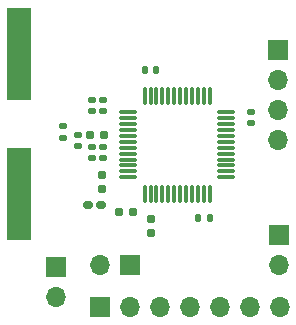
<source format=gbr>
G04 #@! TF.GenerationSoftware,KiCad,Pcbnew,8.0.6-8.0.6-0~ubuntu24.04.1*
G04 #@! TF.CreationDate,2024-10-23T13:15:14+03:00*
G04 #@! TF.ProjectId,imager_ILI9431,696d6167-6572-45f4-994c-49393433312e,rev?*
G04 #@! TF.SameCoordinates,Original*
G04 #@! TF.FileFunction,Soldermask,Top*
G04 #@! TF.FilePolarity,Negative*
%FSLAX46Y46*%
G04 Gerber Fmt 4.6, Leading zero omitted, Abs format (unit mm)*
G04 Created by KiCad (PCBNEW 8.0.6-8.0.6-0~ubuntu24.04.1) date 2024-10-23 13:15:14*
%MOMM*%
%LPD*%
G01*
G04 APERTURE LIST*
G04 Aperture macros list*
%AMRoundRect*
0 Rectangle with rounded corners*
0 $1 Rounding radius*
0 $2 $3 $4 $5 $6 $7 $8 $9 X,Y pos of 4 corners*
0 Add a 4 corners polygon primitive as box body*
4,1,4,$2,$3,$4,$5,$6,$7,$8,$9,$2,$3,0*
0 Add four circle primitives for the rounded corners*
1,1,$1+$1,$2,$3*
1,1,$1+$1,$4,$5*
1,1,$1+$1,$6,$7*
1,1,$1+$1,$8,$9*
0 Add four rect primitives between the rounded corners*
20,1,$1+$1,$2,$3,$4,$5,0*
20,1,$1+$1,$4,$5,$6,$7,0*
20,1,$1+$1,$6,$7,$8,$9,0*
20,1,$1+$1,$8,$9,$2,$3,0*%
G04 Aperture macros list end*
%ADD10RoundRect,0.140000X0.170000X-0.140000X0.170000X0.140000X-0.170000X0.140000X-0.170000X-0.140000X0*%
%ADD11RoundRect,0.140000X-0.170000X0.140000X-0.170000X-0.140000X0.170000X-0.140000X0.170000X0.140000X0*%
%ADD12RoundRect,0.160000X-0.160000X0.197500X-0.160000X-0.197500X0.160000X-0.197500X0.160000X0.197500X0*%
%ADD13R,1.700000X1.700000*%
%ADD14O,1.700000X1.700000*%
%ADD15RoundRect,0.160000X-0.222500X-0.160000X0.222500X-0.160000X0.222500X0.160000X-0.222500X0.160000X0*%
%ADD16RoundRect,0.140000X0.140000X0.170000X-0.140000X0.170000X-0.140000X-0.170000X0.140000X-0.170000X0*%
%ADD17RoundRect,0.160000X0.197500X0.160000X-0.197500X0.160000X-0.197500X-0.160000X0.197500X-0.160000X0*%
%ADD18R,2.000000X7.875000*%
%ADD19RoundRect,0.140000X-0.140000X-0.170000X0.140000X-0.170000X0.140000X0.170000X-0.140000X0.170000X0*%
%ADD20RoundRect,0.075000X-0.662500X-0.075000X0.662500X-0.075000X0.662500X0.075000X-0.662500X0.075000X0*%
%ADD21RoundRect,0.075000X-0.075000X-0.662500X0.075000X-0.662500X0.075000X0.662500X-0.075000X0.662500X0*%
G04 APERTURE END LIST*
D10*
X95100000Y-101740000D03*
X95100000Y-100780000D03*
D11*
X111000000Y-99570000D03*
X111000000Y-100530000D03*
D12*
X98400000Y-104900000D03*
X98400000Y-106095000D03*
X102500000Y-108582500D03*
X102500000Y-109777500D03*
D13*
X94530000Y-112675000D03*
D14*
X94530000Y-115215000D03*
D10*
X96350000Y-102430000D03*
X96350000Y-101470000D03*
D15*
X97177500Y-107450000D03*
X98322500Y-107450000D03*
D10*
X97500000Y-99480000D03*
X97500000Y-98520000D03*
X98500000Y-99480000D03*
X98500000Y-98520000D03*
D13*
X113370000Y-109945000D03*
D14*
X113370000Y-112485000D03*
D16*
X107500000Y-108500000D03*
X106540000Y-108500000D03*
D10*
X98500000Y-103480000D03*
X98500000Y-102520000D03*
D17*
X101027500Y-108070000D03*
X99832500Y-108070000D03*
D18*
X91350000Y-94662500D03*
X91350000Y-106537500D03*
D13*
X98180000Y-116090000D03*
D14*
X100720000Y-116090000D03*
X103260000Y-116090000D03*
X105800000Y-116090000D03*
X108340000Y-116090000D03*
X110880000Y-116090000D03*
X113420000Y-116090000D03*
D19*
X102020000Y-96000000D03*
X102980000Y-96000000D03*
D13*
X100730000Y-112520000D03*
D14*
X98190000Y-112520000D03*
D10*
X97500000Y-103480000D03*
X97500000Y-102520000D03*
D20*
X100587500Y-99587500D03*
X100587500Y-100087500D03*
X100587500Y-100587500D03*
X100587500Y-101087500D03*
X100587500Y-101587500D03*
X100587500Y-102087500D03*
X100587500Y-102587500D03*
X100587500Y-103087500D03*
X100587500Y-103587500D03*
X100587500Y-104087500D03*
X100587500Y-104587500D03*
X100587500Y-105087500D03*
D21*
X102000000Y-106500000D03*
X102500000Y-106500000D03*
X103000000Y-106500000D03*
X103500000Y-106500000D03*
X104000000Y-106500000D03*
X104500000Y-106500000D03*
X105000000Y-106500000D03*
X105500000Y-106500000D03*
X106000000Y-106500000D03*
X106500000Y-106500000D03*
X107000000Y-106500000D03*
X107500000Y-106500000D03*
D20*
X108912500Y-105087500D03*
X108912500Y-104587500D03*
X108912500Y-104087500D03*
X108912500Y-103587500D03*
X108912500Y-103087500D03*
X108912500Y-102587500D03*
X108912500Y-102087500D03*
X108912500Y-101587500D03*
X108912500Y-101087500D03*
X108912500Y-100587500D03*
X108912500Y-100087500D03*
X108912500Y-99587500D03*
D21*
X107500000Y-98175000D03*
X107000000Y-98175000D03*
X106500000Y-98175000D03*
X106000000Y-98175000D03*
X105500000Y-98175000D03*
X105000000Y-98175000D03*
X104500000Y-98175000D03*
X104000000Y-98175000D03*
X103500000Y-98175000D03*
X103000000Y-98175000D03*
X102500000Y-98175000D03*
X102000000Y-98175000D03*
D13*
X113300000Y-94280000D03*
D14*
X113300000Y-96820000D03*
X113300000Y-99360000D03*
X113300000Y-101900000D03*
D17*
X98597500Y-101500000D03*
X97402500Y-101500000D03*
M02*

</source>
